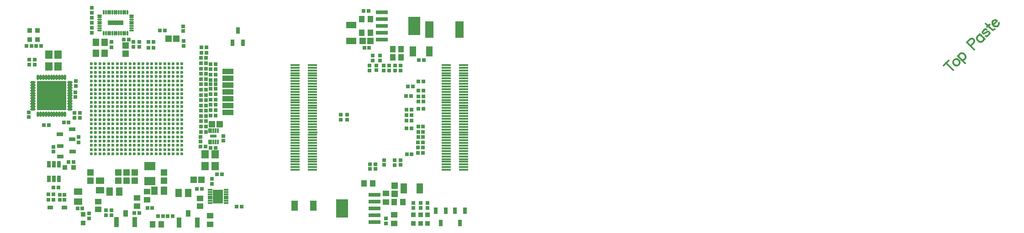
<source format=gtp>
G04 Layer_Color=8421504*
%FSAX24Y24*%
%MOIN*%
G70*
G01*
G75*
%ADD66C,0.0120*%
%ADD135R,0.0295X0.0453*%
%ADD136R,0.0303X0.0287*%
%ADD137R,0.0374X0.0374*%
%ADD138R,0.0453X0.0748*%
%ADD139R,0.0650X0.0177*%
%ADD140R,0.0287X0.0303*%
%ADD141R,0.0413X0.0453*%
%ADD142R,0.0630X0.1240*%
%ADD143R,0.0453X0.0453*%
%ADD144R,0.0453X0.0453*%
%ADD145R,0.0433X0.0453*%
%ADD146R,0.0453X0.0433*%
%ADD147R,0.0303X0.0303*%
%ADD148R,0.0303X0.0303*%
%ADD149R,0.0512X0.0768*%
%ADD150R,0.0768X0.0512*%
%ADD151R,0.0453X0.0413*%
%ADD152R,0.0866X0.0315*%
%ADD153R,0.0866X0.1319*%
%ADD154R,0.0472X0.0315*%
%ADD155R,0.0472X0.0276*%
%ADD156R,0.0453X0.0295*%
%ADD157R,0.0374X0.0374*%
%ADD158R,0.0531X0.0610*%
%ADD159R,0.0492X0.0531*%
%ADD160O,0.0394X0.0138*%
%ADD161R,0.1138X0.0331*%
%ADD162O,0.0138X0.0394*%
%ADD163R,0.0374X0.0728*%
%ADD164R,0.0374X0.0492*%
%ADD165R,0.0846X0.0413*%
%ADD166R,0.0138X0.0335*%
%ADD167R,0.0453X0.0217*%
%ADD168R,0.2146X0.2146*%
%ADD169O,0.0394X0.0177*%
%ADD170O,0.0177X0.0394*%
%ADD171C,0.0236*%
%ADD172R,0.0295X0.0492*%
%ADD173R,0.0807X0.0630*%
%ADD174R,0.0453X0.0433*%
%ADD175R,0.0512X0.0630*%
%ADD176R,0.0630X0.0512*%
%ADD177R,0.0413X0.0256*%
%ADD178R,0.0768X0.1004*%
%ADD179R,0.0354X0.0138*%
%ADD180R,0.0630X0.0492*%
G36*
X012819Y019081D02*
X012173D01*
Y019726D01*
X012819D01*
Y019081D01*
D02*
G37*
G36*
X011921D02*
X011276D01*
Y019726D01*
X011921D01*
Y019081D01*
D02*
G37*
G36*
X012819Y019978D02*
X012173D01*
Y020624D01*
X012819D01*
Y019978D01*
D02*
G37*
G36*
X011921D02*
X011276D01*
Y020624D01*
X011921D01*
Y019978D01*
D02*
G37*
D66*
X077339Y022251D02*
X077870Y021721D01*
X077163Y022075D02*
X077516Y022428D01*
X077882Y022441D02*
X077857Y022365D01*
Y022264D01*
X077908Y022163D01*
X077958Y022112D01*
X078059Y022062D01*
X078160D01*
X078236Y022087D01*
X078312Y022163D01*
X078337Y022239D01*
X078337Y022340D01*
X078286Y022441D01*
X078236Y022491D01*
X078135Y022542D01*
X078034Y022542D01*
X077958Y022516D01*
X077882Y022441D01*
X078200Y022759D02*
X078731Y022229D01*
X078276Y022683D02*
Y022784D01*
X078301Y022860D01*
X078377Y022935D01*
X078453Y022961D01*
X078554D01*
X078655Y022910D01*
X078705Y022860D01*
X078756Y022759D01*
Y022658D01*
X078731Y022582D01*
X078655Y022506D01*
X078579Y022481D01*
X078478D01*
X079135Y023491D02*
X079362Y023718D01*
X079412Y023819D01*
X079412Y023870D01*
X079387Y023945D01*
X079311Y024021D01*
X079236Y024046D01*
X079185D01*
X079084Y023996D01*
X078857Y023769D01*
X079387Y023238D01*
X079809Y024367D02*
X080162Y024014D01*
X079884Y024291D02*
X079783Y024291D01*
X079708Y024266D01*
X079632Y024190D01*
X079607Y024115D01*
Y024014D01*
X079657Y023913D01*
X079708Y023862D01*
X079809Y023812D01*
X079910D01*
X079985Y023837D01*
X080061Y023913D01*
X080086Y023988D01*
X080086Y024089D01*
X080304Y024710D02*
X080228Y024736D01*
X080127Y024685D01*
X080051Y024609D01*
X080001Y024508D01*
X080026Y024433D01*
X080102Y024407D01*
X080177Y024433D01*
X080329Y024534D01*
X080405Y024559D01*
X080480Y024534D01*
X080506Y024508D01*
X080531Y024433D01*
X080480Y024332D01*
X080405Y024256D01*
X080304Y024205D01*
X080228Y024231D01*
X080238Y025150D02*
X080667Y024721D01*
X080768Y024670D01*
X080844Y024695D01*
X080894Y024746D01*
X080339Y024897D02*
X080516Y025074D01*
X080768Y025024D02*
X081071Y025326D01*
X081021Y025377D01*
X080945Y025402D01*
X080894Y025402D01*
X080819Y025377D01*
X080743Y025301D01*
X080718Y025226D01*
Y025125D01*
X080768Y025024D01*
X080819Y024973D01*
X080920Y024923D01*
X081021D01*
X081096Y024948D01*
X081172Y025024D01*
X081197Y025099D01*
X081197Y025200D01*
D135*
X042234Y011429D02*
D03*
X041486D02*
D03*
X041860Y010524D02*
D03*
X040837Y011429D02*
D03*
X040089D02*
D03*
X040463Y010524D02*
D03*
X025277Y023739D02*
D03*
X026025D02*
D03*
X025651Y024645D02*
D03*
D136*
X039498Y011644D02*
D03*
Y012014D02*
D03*
X038986Y011644D02*
D03*
Y012014D02*
D03*
X038455Y011644D02*
D03*
Y012014D02*
D03*
X036458Y010489D02*
D03*
Y010859D02*
D03*
X014035Y016449D02*
D03*
Y016819D02*
D03*
X016441Y023415D02*
D03*
Y023785D02*
D03*
X015005Y025937D02*
D03*
Y026307D02*
D03*
X014130Y018222D02*
D03*
Y018593D02*
D03*
X013729Y018593D02*
D03*
Y018222D02*
D03*
X012648Y012226D02*
D03*
Y012596D02*
D03*
X013002D02*
D03*
X013002Y012226D02*
D03*
X016425Y011468D02*
D03*
Y011098D02*
D03*
X014787Y011248D02*
D03*
Y010878D02*
D03*
X016024Y011468D02*
D03*
Y011098D02*
D03*
X010423Y022488D02*
D03*
X010423Y022118D02*
D03*
X010827Y022488D02*
D03*
Y022118D02*
D03*
D137*
X039508Y011150D02*
D03*
Y010500D02*
D03*
X038986Y011150D02*
D03*
Y010500D02*
D03*
X038455Y011150D02*
D03*
Y010500D02*
D03*
X010467Y024625D02*
D03*
Y023975D02*
D03*
X011018Y024625D02*
D03*
Y023975D02*
D03*
X014350Y011171D02*
D03*
Y010522D02*
D03*
D138*
X031161Y011809D02*
D03*
X029783D02*
D03*
D139*
X042136Y022105D02*
D03*
Y021908D02*
D03*
Y021711D02*
D03*
Y021514D02*
D03*
Y021317D02*
D03*
Y021120D02*
D03*
Y020924D02*
D03*
Y020727D02*
D03*
Y020530D02*
D03*
Y020333D02*
D03*
Y020136D02*
D03*
Y019939D02*
D03*
Y019742D02*
D03*
Y019546D02*
D03*
Y019349D02*
D03*
Y019150D02*
D03*
Y018959D02*
D03*
Y018757D02*
D03*
Y018560D02*
D03*
Y018363D02*
D03*
Y018166D02*
D03*
Y017970D02*
D03*
Y017773D02*
D03*
Y017576D02*
D03*
Y017379D02*
D03*
X042141Y017181D02*
D03*
X042136Y016985D02*
D03*
Y016788D02*
D03*
Y016591D02*
D03*
Y016395D02*
D03*
Y016198D02*
D03*
Y016001D02*
D03*
Y015809D02*
D03*
Y015607D02*
D03*
Y015410D02*
D03*
Y015214D02*
D03*
Y015017D02*
D03*
Y014820D02*
D03*
Y014623D02*
D03*
Y014426D02*
D03*
X040856Y022106D02*
D03*
Y021909D02*
D03*
Y021712D02*
D03*
Y021516D02*
D03*
Y021319D02*
D03*
Y021122D02*
D03*
Y020925D02*
D03*
Y020723D02*
D03*
Y020532D02*
D03*
Y020334D02*
D03*
Y020138D02*
D03*
Y019941D02*
D03*
Y019744D02*
D03*
Y019547D02*
D03*
X040851Y019351D02*
D03*
X040856Y019153D02*
D03*
Y018957D02*
D03*
Y018760D02*
D03*
Y018563D02*
D03*
Y018366D02*
D03*
Y018169D02*
D03*
Y017972D02*
D03*
Y017775D02*
D03*
Y017574D02*
D03*
Y017382D02*
D03*
Y017183D02*
D03*
Y016987D02*
D03*
Y016790D02*
D03*
Y016593D02*
D03*
Y016396D02*
D03*
Y016199D02*
D03*
Y016002D02*
D03*
Y015805D02*
D03*
Y015609D02*
D03*
Y015412D02*
D03*
Y015215D02*
D03*
Y015018D02*
D03*
Y014821D02*
D03*
Y014624D02*
D03*
Y014428D02*
D03*
X031112Y014426D02*
D03*
Y014623D02*
D03*
Y022105D02*
D03*
Y021908D02*
D03*
Y021711D02*
D03*
Y021514D02*
D03*
Y021317D02*
D03*
Y021120D02*
D03*
Y020924D02*
D03*
Y020727D02*
D03*
Y020530D02*
D03*
Y020333D02*
D03*
Y020136D02*
D03*
Y019939D02*
D03*
Y019742D02*
D03*
Y019546D02*
D03*
Y019349D02*
D03*
Y019150D02*
D03*
Y018959D02*
D03*
Y018757D02*
D03*
Y018560D02*
D03*
Y018363D02*
D03*
Y018166D02*
D03*
Y017773D02*
D03*
Y017576D02*
D03*
Y017379D02*
D03*
X031117Y017181D02*
D03*
X031112Y016985D02*
D03*
Y016788D02*
D03*
Y016591D02*
D03*
Y016395D02*
D03*
Y016198D02*
D03*
Y016001D02*
D03*
Y015809D02*
D03*
Y015607D02*
D03*
Y015410D02*
D03*
Y015214D02*
D03*
Y015017D02*
D03*
Y014820D02*
D03*
X029832Y022106D02*
D03*
Y021909D02*
D03*
Y021712D02*
D03*
Y021516D02*
D03*
Y021319D02*
D03*
Y021122D02*
D03*
Y020925D02*
D03*
Y020723D02*
D03*
Y020532D02*
D03*
Y020334D02*
D03*
Y020138D02*
D03*
Y019941D02*
D03*
Y019744D02*
D03*
Y019547D02*
D03*
X029828Y019351D02*
D03*
X029832Y019153D02*
D03*
Y018957D02*
D03*
Y018760D02*
D03*
Y018563D02*
D03*
Y018366D02*
D03*
Y018169D02*
D03*
Y017972D02*
D03*
Y017775D02*
D03*
Y017574D02*
D03*
Y017382D02*
D03*
Y017183D02*
D03*
Y016987D02*
D03*
Y016790D02*
D03*
Y016593D02*
D03*
Y016396D02*
D03*
Y016199D02*
D03*
Y016002D02*
D03*
Y015805D02*
D03*
Y015609D02*
D03*
Y015412D02*
D03*
Y015215D02*
D03*
Y015018D02*
D03*
Y014821D02*
D03*
Y014624D02*
D03*
Y014428D02*
D03*
X031112Y017970D02*
D03*
D140*
X039180Y015658D02*
D03*
X038810D02*
D03*
X039180Y016052D02*
D03*
X038810Y016052D02*
D03*
X035213Y026070D02*
D03*
X034843D02*
D03*
X038331Y018838D02*
D03*
X037961D02*
D03*
X039180Y016445D02*
D03*
X038810D02*
D03*
X013299Y014990D02*
D03*
X013669D02*
D03*
X023020Y013032D02*
D03*
X022650D02*
D03*
X011307Y023494D02*
D03*
X010937D02*
D03*
X010220D02*
D03*
X010591D02*
D03*
X022965Y019531D02*
D03*
X023335D02*
D03*
X022965Y018761D02*
D03*
X023335D02*
D03*
X022965Y019146D02*
D03*
X023335D02*
D03*
X022965Y020684D02*
D03*
X023335D02*
D03*
X022965Y021069D02*
D03*
X023335D02*
D03*
X022965Y019915D02*
D03*
X023335D02*
D03*
X022965Y020300D02*
D03*
X023335D02*
D03*
X024033Y021401D02*
D03*
X023663D02*
D03*
X024033Y021014D02*
D03*
X023663D02*
D03*
X024033Y018406D02*
D03*
X023663D02*
D03*
X024033Y020364D02*
D03*
X023663D02*
D03*
X022965Y017992D02*
D03*
X023335D02*
D03*
X022965Y018377D02*
D03*
X023335D02*
D03*
X022965Y017608D02*
D03*
X023335D02*
D03*
X024033Y019972D02*
D03*
X023663D02*
D03*
X022965Y017205D02*
D03*
X023335D02*
D03*
X024033Y019189D02*
D03*
X023663D02*
D03*
X024033Y019581D02*
D03*
X023663D02*
D03*
X024033Y018797D02*
D03*
X023663D02*
D03*
X022965Y021467D02*
D03*
X023335D02*
D03*
X024033Y022175D02*
D03*
X023663D02*
D03*
X023374Y022992D02*
D03*
X023004D02*
D03*
X022965Y022618D02*
D03*
X023335D02*
D03*
X022965Y022234D02*
D03*
X023335D02*
D03*
X024033Y021788D02*
D03*
X023663D02*
D03*
X022965Y021850D02*
D03*
X023335D02*
D03*
X011823Y012648D02*
D03*
X012193D02*
D03*
X011823Y012234D02*
D03*
X012193D02*
D03*
X012577Y013150D02*
D03*
X012207D02*
D03*
X022923Y016125D02*
D03*
X023293D02*
D03*
X020543Y011043D02*
D03*
X020913D02*
D03*
X020191Y011047D02*
D03*
X019821D02*
D03*
X025933Y011732D02*
D03*
X025563D02*
D03*
X011508Y017697D02*
D03*
X011878D02*
D03*
D141*
X036948Y022654D02*
D03*
X037578D02*
D03*
X036948Y023255D02*
D03*
X037578D02*
D03*
X035489Y013446D02*
D03*
X034859D02*
D03*
X019429Y010433D02*
D03*
X020059D02*
D03*
D142*
X039646Y024713D02*
D03*
X041831D02*
D03*
D143*
X037087Y013266D02*
D03*
Y012676D02*
D03*
X017480Y023533D02*
D03*
Y022943D02*
D03*
X018130Y013642D02*
D03*
Y014232D02*
D03*
X017534Y013642D02*
D03*
Y014232D02*
D03*
X016919Y013642D02*
D03*
Y014232D02*
D03*
X014892Y013642D02*
D03*
Y014232D02*
D03*
X020276Y013642D02*
D03*
Y014232D02*
D03*
D144*
X034753Y023875D02*
D03*
X035343D02*
D03*
X023012Y013691D02*
D03*
X022421D02*
D03*
X020581Y024035D02*
D03*
X021171D02*
D03*
X024341Y017756D02*
D03*
X023750D02*
D03*
D145*
X035343Y024475D02*
D03*
X034713D02*
D03*
X034694Y025460D02*
D03*
X035324D02*
D03*
X037077Y012065D02*
D03*
X037707D02*
D03*
D146*
X037067Y010500D02*
D03*
Y011130D02*
D03*
D147*
X038842Y020236D02*
D03*
X039196D02*
D03*
X038842Y020906D02*
D03*
X039196D02*
D03*
X038061Y020520D02*
D03*
X038415D02*
D03*
X038819Y016829D02*
D03*
X039173D02*
D03*
X038819Y017607D02*
D03*
X039173D02*
D03*
X038819Y017213D02*
D03*
X039173D02*
D03*
X037939Y019826D02*
D03*
X038293D02*
D03*
X038842Y019426D02*
D03*
X039196D02*
D03*
X038842Y018896D02*
D03*
X039196D02*
D03*
X037975Y018438D02*
D03*
X038329D02*
D03*
X037975Y017459D02*
D03*
X038329D02*
D03*
X038336Y015566D02*
D03*
X037982D02*
D03*
X035245Y023363D02*
D03*
X034890D02*
D03*
X039232Y022469D02*
D03*
X038878D02*
D03*
X037975Y018038D02*
D03*
X038329D02*
D03*
X038842Y019806D02*
D03*
X039196D02*
D03*
X017341Y023964D02*
D03*
X017695D02*
D03*
X012953Y017884D02*
D03*
X013307D02*
D03*
X019961Y024626D02*
D03*
X020315D02*
D03*
X024144Y014094D02*
D03*
X024498D02*
D03*
X018465Y011260D02*
D03*
X018110D02*
D03*
X013957Y011594D02*
D03*
X014311D02*
D03*
X019051Y011643D02*
D03*
X019406D02*
D03*
X023366Y023386D02*
D03*
X023012D02*
D03*
X024016Y016033D02*
D03*
X023661D02*
D03*
X019141Y023791D02*
D03*
X019141Y023378D02*
D03*
X019495Y023791D02*
D03*
X019495Y023378D02*
D03*
X023671Y020699D02*
D03*
X024026D02*
D03*
D148*
X037529Y021711D02*
D03*
Y022065D02*
D03*
X037089Y015130D02*
D03*
Y014776D02*
D03*
X037119Y021711D02*
D03*
Y022065D02*
D03*
X037529Y015143D02*
D03*
Y014788D02*
D03*
X036329Y014788D02*
D03*
Y015143D02*
D03*
X036029Y022436D02*
D03*
Y022790D02*
D03*
X036299Y021711D02*
D03*
Y022065D02*
D03*
X036709Y021711D02*
D03*
Y022065D02*
D03*
X035779Y021718D02*
D03*
Y022073D02*
D03*
X033639Y018098D02*
D03*
Y018453D02*
D03*
X033169Y018101D02*
D03*
Y018456D02*
D03*
X035689Y014491D02*
D03*
Y014846D02*
D03*
X035259Y021711D02*
D03*
Y022066D02*
D03*
X035499Y022438D02*
D03*
Y022793D02*
D03*
X035285Y014841D02*
D03*
Y014487D02*
D03*
X012205Y015758D02*
D03*
Y016112D02*
D03*
X021703Y023514D02*
D03*
Y023868D02*
D03*
X023750Y013406D02*
D03*
Y013760D02*
D03*
X015005Y024472D02*
D03*
Y024826D02*
D03*
X015005Y025571D02*
D03*
Y025216D02*
D03*
X024596Y016555D02*
D03*
X024596Y016909D02*
D03*
X010394Y018642D02*
D03*
Y018287D02*
D03*
X013799Y020108D02*
D03*
Y019754D02*
D03*
X013819Y020571D02*
D03*
Y020925D02*
D03*
X021663Y024587D02*
D03*
X021663Y024941D02*
D03*
X022933Y016486D02*
D03*
Y016841D02*
D03*
X018456Y023788D02*
D03*
X018044D02*
D03*
X018456Y023434D02*
D03*
X018044D02*
D03*
D149*
X037756Y013069D02*
D03*
X038937D02*
D03*
X039616Y023109D02*
D03*
X038435D02*
D03*
D150*
X033936Y023865D02*
D03*
Y025046D02*
D03*
D151*
X036467Y012056D02*
D03*
Y012685D02*
D03*
X023632Y010443D02*
D03*
Y011073D02*
D03*
D152*
X036161Y025969D02*
D03*
Y025469D02*
D03*
Y024969D02*
D03*
X036161Y024469D02*
D03*
X036161Y023969D02*
D03*
X035640Y010586D02*
D03*
Y011086D02*
D03*
Y011586D02*
D03*
Y012086D02*
D03*
Y012586D02*
D03*
D153*
X038524Y024969D02*
D03*
X033278Y011586D02*
D03*
D154*
X012657Y017028D02*
D03*
X013563Y016654D02*
D03*
D155*
Y017402D02*
D03*
D156*
X012707Y016152D02*
D03*
Y015404D02*
D03*
X013612Y015778D02*
D03*
D157*
X013671Y014592D02*
D03*
X013022D02*
D03*
D158*
X023248Y014685D02*
D03*
Y015551D02*
D03*
X023996Y015551D02*
D03*
Y014685D02*
D03*
X012520Y022008D02*
D03*
Y022874D02*
D03*
X011850Y022008D02*
D03*
Y022874D02*
D03*
D159*
X015305Y023760D02*
D03*
Y022972D02*
D03*
X015935D02*
D03*
X015935Y023760D02*
D03*
D160*
X017894Y025433D02*
D03*
Y025591D02*
D03*
X015571Y024646D02*
D03*
Y024803D02*
D03*
Y024961D02*
D03*
Y025118D02*
D03*
Y025276D02*
D03*
Y025433D02*
D03*
Y025591D02*
D03*
Y025748D02*
D03*
X017894D02*
D03*
Y025276D02*
D03*
Y025118D02*
D03*
Y024961D02*
D03*
Y024803D02*
D03*
Y024646D02*
D03*
D161*
X016732Y025197D02*
D03*
D162*
X017598Y024429D02*
D03*
X017441D02*
D03*
X017283D02*
D03*
X017126D02*
D03*
X016968D02*
D03*
X016811Y024429D02*
D03*
X016654D02*
D03*
X016496Y024429D02*
D03*
X016339D02*
D03*
X016181D02*
D03*
X016024D02*
D03*
X015866D02*
D03*
Y025965D02*
D03*
X016024D02*
D03*
X016181D02*
D03*
X016339D02*
D03*
X016496D02*
D03*
X016654Y025965D02*
D03*
X016811D02*
D03*
X016968Y025965D02*
D03*
X017126D02*
D03*
X017283D02*
D03*
X017441D02*
D03*
X017598D02*
D03*
D163*
X022707Y010581D02*
D03*
X021368D02*
D03*
X018124Y010591D02*
D03*
X016785D02*
D03*
D164*
X022037Y011230D02*
D03*
X017455Y011240D02*
D03*
D165*
X024937Y021130D02*
D03*
Y020130D02*
D03*
Y018630D02*
D03*
Y021630D02*
D03*
Y020630D02*
D03*
Y019630D02*
D03*
Y019130D02*
D03*
D166*
X024183Y017303D02*
D03*
X024026D02*
D03*
X023868D02*
D03*
X023711D02*
D03*
X023553D02*
D03*
Y016476D02*
D03*
X023711D02*
D03*
X023868D02*
D03*
X024026D02*
D03*
X024183D02*
D03*
D167*
X023868Y016890D02*
D03*
D168*
X012047Y019852D02*
D03*
D169*
X013406Y020837D02*
D03*
Y020640D02*
D03*
Y020443D02*
D03*
Y020246D02*
D03*
Y020049D02*
D03*
Y019852D02*
D03*
Y019656D02*
D03*
Y019459D02*
D03*
Y019262D02*
D03*
Y019065D02*
D03*
Y018868D02*
D03*
X010689D02*
D03*
Y019065D02*
D03*
Y019262D02*
D03*
Y019459D02*
D03*
Y019656D02*
D03*
Y019852D02*
D03*
Y020049D02*
D03*
Y020246D02*
D03*
Y020443D02*
D03*
Y020640D02*
D03*
Y020837D02*
D03*
D170*
X013032Y018494D02*
D03*
X012835D02*
D03*
X012638D02*
D03*
X012441D02*
D03*
X012244D02*
D03*
X012047D02*
D03*
X011850D02*
D03*
X011654D02*
D03*
X011457D02*
D03*
X011260D02*
D03*
X011063D02*
D03*
Y021211D02*
D03*
X011260D02*
D03*
X011457D02*
D03*
X011654D02*
D03*
X011850D02*
D03*
X012047D02*
D03*
X012244D02*
D03*
X012441D02*
D03*
X012638D02*
D03*
X012835D02*
D03*
X013032D02*
D03*
D171*
X020000Y017480D02*
D03*
X021260Y015590D02*
D03*
X021574D02*
D03*
X021574Y016220D02*
D03*
Y016535D02*
D03*
X020945Y022205D02*
D03*
Y021890D02*
D03*
X015590Y022205D02*
D03*
X015905D02*
D03*
X016220Y022205D02*
D03*
X015590Y021890D02*
D03*
X015905Y021890D02*
D03*
X016220Y021890D02*
D03*
X016535Y022205D02*
D03*
X016850Y022205D02*
D03*
X017165D02*
D03*
X017480D02*
D03*
X017795D02*
D03*
X018110D02*
D03*
X016535Y021890D02*
D03*
X016850Y021890D02*
D03*
X017165D02*
D03*
X017480D02*
D03*
X017795D02*
D03*
X018110Y021890D02*
D03*
X018425Y022205D02*
D03*
X018740Y022205D02*
D03*
X019055D02*
D03*
X019370D02*
D03*
X020000D02*
D03*
X020315Y022205D02*
D03*
X020630Y022205D02*
D03*
X021260D02*
D03*
X021574D02*
D03*
X018425Y021890D02*
D03*
X018740D02*
D03*
X019055D02*
D03*
X019370D02*
D03*
X020000D02*
D03*
X020315Y021890D02*
D03*
X020630Y021890D02*
D03*
X021260D02*
D03*
X021574D02*
D03*
X014960Y021575D02*
D03*
X015275D02*
D03*
X014960Y021260D02*
D03*
X015275D02*
D03*
X014960Y020945D02*
D03*
X015275Y020945D02*
D03*
X014960Y020630D02*
D03*
X015275D02*
D03*
X014960Y020315D02*
D03*
X015275D02*
D03*
X014960Y020000D02*
D03*
X015275D02*
D03*
X014960Y019685D02*
D03*
X015275D02*
D03*
X014960Y019370D02*
D03*
X015275D02*
D03*
X014960Y019055D02*
D03*
X015275Y019055D02*
D03*
X014960Y018740D02*
D03*
X015275D02*
D03*
X014960Y018425D02*
D03*
X015275D02*
D03*
X014960Y018110D02*
D03*
X015275D02*
D03*
X014960Y017795D02*
D03*
X015275D02*
D03*
X014960Y017480D02*
D03*
X015275D02*
D03*
X014960Y017165D02*
D03*
X015275D02*
D03*
X014960Y016850D02*
D03*
X015275Y016850D02*
D03*
X014960Y016535D02*
D03*
X015275D02*
D03*
X014960Y016220D02*
D03*
X015275D02*
D03*
X014960Y015905D02*
D03*
X015275D02*
D03*
X014960Y015590D02*
D03*
X015275D02*
D03*
X020945D02*
D03*
X020630Y015590D02*
D03*
X020315D02*
D03*
X020000D02*
D03*
X019685D02*
D03*
X019370Y015590D02*
D03*
X019055D02*
D03*
X018740D02*
D03*
X018425Y015590D02*
D03*
X018110Y015590D02*
D03*
X017795D02*
D03*
X017480Y015590D02*
D03*
X017165D02*
D03*
X016850Y015590D02*
D03*
X016535D02*
D03*
X016220Y015590D02*
D03*
X015905Y015590D02*
D03*
X015590D02*
D03*
X021574Y015905D02*
D03*
X021260Y015905D02*
D03*
X020945D02*
D03*
X020630D02*
D03*
X020315D02*
D03*
X020000Y015905D02*
D03*
X019685D02*
D03*
X019370Y015905D02*
D03*
X019055D02*
D03*
X018740D02*
D03*
X018425D02*
D03*
X018110D02*
D03*
X017795Y015905D02*
D03*
X017480Y015905D02*
D03*
X017165D02*
D03*
X016850Y015905D02*
D03*
X016535D02*
D03*
X016220Y015905D02*
D03*
X015905D02*
D03*
X015590D02*
D03*
X021260Y016220D02*
D03*
X020945Y016220D02*
D03*
X020630D02*
D03*
X020315D02*
D03*
X020000D02*
D03*
X019685Y016220D02*
D03*
X019370D02*
D03*
X019055D02*
D03*
X018740Y016220D02*
D03*
X018425D02*
D03*
X018110D02*
D03*
X017795D02*
D03*
X017480Y016220D02*
D03*
X017165D02*
D03*
X016850D02*
D03*
X016535Y016220D02*
D03*
X016220D02*
D03*
X015905Y016220D02*
D03*
X015590D02*
D03*
X021260Y016535D02*
D03*
X020945D02*
D03*
X020630D02*
D03*
X020315D02*
D03*
X020000D02*
D03*
X019685D02*
D03*
X019370D02*
D03*
X019055D02*
D03*
X018740D02*
D03*
X018425D02*
D03*
X018110D02*
D03*
X017795D02*
D03*
X017480D02*
D03*
X017165D02*
D03*
X016850D02*
D03*
X016535D02*
D03*
X016220D02*
D03*
X015905D02*
D03*
X015590D02*
D03*
X021574Y016850D02*
D03*
X021260Y016850D02*
D03*
X020945D02*
D03*
X020630D02*
D03*
X020315D02*
D03*
X020000Y016850D02*
D03*
X019685D02*
D03*
X019370D02*
D03*
X019055Y016850D02*
D03*
X018740D02*
D03*
X018425Y016850D02*
D03*
X018110D02*
D03*
X017795D02*
D03*
X017480Y016850D02*
D03*
X017165Y016850D02*
D03*
X016850D02*
D03*
X016535D02*
D03*
X016220D02*
D03*
X015905Y016850D02*
D03*
X015590D02*
D03*
X021574Y017165D02*
D03*
X021260D02*
D03*
X020945Y017165D02*
D03*
X020630D02*
D03*
X020315D02*
D03*
X020000D02*
D03*
X019685Y017165D02*
D03*
X019370D02*
D03*
X019055D02*
D03*
X018740Y017165D02*
D03*
X018425D02*
D03*
X018110D02*
D03*
X017795D02*
D03*
X017480Y017165D02*
D03*
X017165D02*
D03*
X016850Y017165D02*
D03*
X016535D02*
D03*
X016220D02*
D03*
X015905D02*
D03*
X015590D02*
D03*
X021574Y017480D02*
D03*
X021260D02*
D03*
X020945D02*
D03*
X020630Y017480D02*
D03*
X020315D02*
D03*
X019685Y017480D02*
D03*
X019370D02*
D03*
X019055D02*
D03*
X018740D02*
D03*
X018425Y017480D02*
D03*
X018110D02*
D03*
X017795Y017480D02*
D03*
X017480D02*
D03*
X017165D02*
D03*
X016850Y017480D02*
D03*
X016535D02*
D03*
X016220D02*
D03*
X015905Y017480D02*
D03*
X015590D02*
D03*
X021574Y017795D02*
D03*
X021260D02*
D03*
X020945D02*
D03*
X020630D02*
D03*
X020315D02*
D03*
X020000D02*
D03*
X019685D02*
D03*
X019370D02*
D03*
X019055D02*
D03*
X018740D02*
D03*
X018425Y017795D02*
D03*
X018110Y017795D02*
D03*
X017795D02*
D03*
X017480D02*
D03*
X017165D02*
D03*
X016850D02*
D03*
X016535D02*
D03*
X016220Y017795D02*
D03*
X015905Y017795D02*
D03*
X015590D02*
D03*
X021574Y018110D02*
D03*
X021260D02*
D03*
X020945D02*
D03*
X020630Y018110D02*
D03*
X020315D02*
D03*
X020000Y018110D02*
D03*
X019685D02*
D03*
X019370D02*
D03*
X019055D02*
D03*
X018740D02*
D03*
X018425Y018110D02*
D03*
X018110D02*
D03*
X017795Y018110D02*
D03*
X017480D02*
D03*
X017165D02*
D03*
X016850D02*
D03*
X016535D02*
D03*
X016220Y018110D02*
D03*
X015905Y018110D02*
D03*
X015590D02*
D03*
X021574Y018425D02*
D03*
X021260D02*
D03*
X020945Y018425D02*
D03*
X020630D02*
D03*
X020315D02*
D03*
X020000D02*
D03*
X019685Y018425D02*
D03*
X019370D02*
D03*
X019055D02*
D03*
X018740Y018425D02*
D03*
X018425D02*
D03*
X018110D02*
D03*
X017795D02*
D03*
X017480Y018425D02*
D03*
X017165D02*
D03*
X016850D02*
D03*
X016535Y018425D02*
D03*
X016220D02*
D03*
X015905Y018425D02*
D03*
X015590D02*
D03*
X021574Y018740D02*
D03*
X021260Y018740D02*
D03*
X020945Y018740D02*
D03*
X020630D02*
D03*
X020315D02*
D03*
X020000D02*
D03*
X019685D02*
D03*
X019370Y018740D02*
D03*
X019055Y018740D02*
D03*
X018740D02*
D03*
X018425D02*
D03*
X018110D02*
D03*
X017795D02*
D03*
X017480Y018740D02*
D03*
X017165Y018740D02*
D03*
X016850D02*
D03*
X016535D02*
D03*
X016220D02*
D03*
X015905Y018740D02*
D03*
X015590D02*
D03*
X021574Y019055D02*
D03*
X021260Y019055D02*
D03*
X020945D02*
D03*
X020630D02*
D03*
X020315D02*
D03*
X020000D02*
D03*
X019685D02*
D03*
X019370Y019055D02*
D03*
X019055Y019055D02*
D03*
X018740D02*
D03*
X018425D02*
D03*
X018110D02*
D03*
X017795D02*
D03*
X017480D02*
D03*
X017165Y019055D02*
D03*
X016850Y019055D02*
D03*
X016535D02*
D03*
X016220D02*
D03*
X015905D02*
D03*
X015590D02*
D03*
X021574Y019370D02*
D03*
X021260D02*
D03*
X020945Y019370D02*
D03*
X020630D02*
D03*
X020315D02*
D03*
X020000D02*
D03*
X019685Y019370D02*
D03*
X019370D02*
D03*
X019055D02*
D03*
X018740Y019370D02*
D03*
X018425D02*
D03*
X018110D02*
D03*
X017795D02*
D03*
X017480Y019370D02*
D03*
X017165D02*
D03*
X016850Y019370D02*
D03*
X016535D02*
D03*
X016220D02*
D03*
X015905D02*
D03*
X015590D02*
D03*
X021574Y019685D02*
D03*
X021260D02*
D03*
X020945D02*
D03*
X020630D02*
D03*
X020315Y019685D02*
D03*
X020000Y019685D02*
D03*
X019685D02*
D03*
X019370D02*
D03*
X019055D02*
D03*
X018740D02*
D03*
X018425D02*
D03*
X018110Y019685D02*
D03*
X017795Y019685D02*
D03*
X017480D02*
D03*
X017165D02*
D03*
X016850Y019685D02*
D03*
X016535D02*
D03*
X016220Y019685D02*
D03*
X015905D02*
D03*
X015590D02*
D03*
X021574Y020000D02*
D03*
X021260D02*
D03*
X020945D02*
D03*
X020630D02*
D03*
X020315Y020000D02*
D03*
X020000Y020000D02*
D03*
X019685D02*
D03*
X019370D02*
D03*
X019055D02*
D03*
X018740D02*
D03*
X018425Y020000D02*
D03*
X018110Y020000D02*
D03*
X017795D02*
D03*
X017480D02*
D03*
X017165D02*
D03*
X016850Y020000D02*
D03*
X016535D02*
D03*
X016220D02*
D03*
X015905Y020000D02*
D03*
X015590D02*
D03*
X021574Y020315D02*
D03*
X021260D02*
D03*
X020945D02*
D03*
X020630D02*
D03*
X020315D02*
D03*
X020000D02*
D03*
X019685D02*
D03*
X019370D02*
D03*
X019055D02*
D03*
X018740D02*
D03*
X018425D02*
D03*
X018110D02*
D03*
X017795D02*
D03*
X017480D02*
D03*
X017165D02*
D03*
X016850D02*
D03*
X016535D02*
D03*
X016220D02*
D03*
X015905D02*
D03*
X015590D02*
D03*
X020945Y020630D02*
D03*
X020630D02*
D03*
X020315D02*
D03*
X020000D02*
D03*
X019685D02*
D03*
X019370Y020630D02*
D03*
X019055D02*
D03*
X018740Y020630D02*
D03*
X018425D02*
D03*
X018110D02*
D03*
X017795D02*
D03*
X017480D02*
D03*
X017165D02*
D03*
X016850D02*
D03*
X016535D02*
D03*
X016220D02*
D03*
X015905Y020630D02*
D03*
X015590D02*
D03*
X021574Y020945D02*
D03*
X021260Y020945D02*
D03*
X020945Y020945D02*
D03*
X020630D02*
D03*
X020315D02*
D03*
X020000D02*
D03*
X019685D02*
D03*
X019370Y020945D02*
D03*
X019055Y020945D02*
D03*
X018740D02*
D03*
X018425D02*
D03*
X018110D02*
D03*
X017795D02*
D03*
X017480Y020945D02*
D03*
X017165Y020945D02*
D03*
X016850D02*
D03*
X016535D02*
D03*
X016220D02*
D03*
X015905Y020945D02*
D03*
X015590D02*
D03*
X021574Y021260D02*
D03*
X021260D02*
D03*
X020945D02*
D03*
X020630D02*
D03*
X020315D02*
D03*
X020000D02*
D03*
X019685Y021260D02*
D03*
X019370Y021260D02*
D03*
X019055D02*
D03*
X018740D02*
D03*
X018425D02*
D03*
X018110D02*
D03*
X017795D02*
D03*
X017480D02*
D03*
X017165D02*
D03*
X016850Y021260D02*
D03*
X016535Y021260D02*
D03*
X016220D02*
D03*
X015905D02*
D03*
X015590D02*
D03*
X021574Y021575D02*
D03*
X021260D02*
D03*
X020945D02*
D03*
X020630D02*
D03*
X020315D02*
D03*
X020000D02*
D03*
X019685D02*
D03*
X019370D02*
D03*
X019055D02*
D03*
X018740D02*
D03*
X018425D02*
D03*
X018110D02*
D03*
X017795D02*
D03*
X017480D02*
D03*
X017165D02*
D03*
X016850Y021575D02*
D03*
X016535Y021575D02*
D03*
X016220D02*
D03*
X015905D02*
D03*
X015590D02*
D03*
X015275Y021890D02*
D03*
X014960D02*
D03*
X015275Y022205D02*
D03*
X014960D02*
D03*
X021574Y020630D02*
D03*
X021260D02*
D03*
X019685Y022205D02*
D03*
Y021890D02*
D03*
D172*
X011850Y014843D02*
D03*
X012224Y014843D02*
D03*
X012598Y014843D02*
D03*
Y013780D02*
D03*
X012224Y013780D02*
D03*
X011850Y013780D02*
D03*
D173*
X019222Y013612D02*
D03*
Y014715D02*
D03*
D174*
X018285Y012366D02*
D03*
Y011776D02*
D03*
X015472Y012116D02*
D03*
Y011526D02*
D03*
X019016Y012825D02*
D03*
Y012234D02*
D03*
X022884Y012343D02*
D03*
Y011752D02*
D03*
D175*
X016998Y012835D02*
D03*
X016289D02*
D03*
X022028Y012717D02*
D03*
X021319D02*
D03*
X020266Y012884D02*
D03*
X019557D02*
D03*
D176*
X015591Y013632D02*
D03*
Y012923D02*
D03*
D177*
X012992Y011683D02*
D03*
X011968D02*
D03*
D178*
X024213Y012480D02*
D03*
D179*
X024803Y012953D02*
D03*
Y012795D02*
D03*
Y012638D02*
D03*
Y012480D02*
D03*
Y012323D02*
D03*
Y012165D02*
D03*
Y012008D02*
D03*
X023622D02*
D03*
Y012165D02*
D03*
Y012323D02*
D03*
Y012480D02*
D03*
Y012638D02*
D03*
Y012795D02*
D03*
Y012953D02*
D03*
D180*
X013996Y012825D02*
D03*
Y012116D02*
D03*
M02*

</source>
